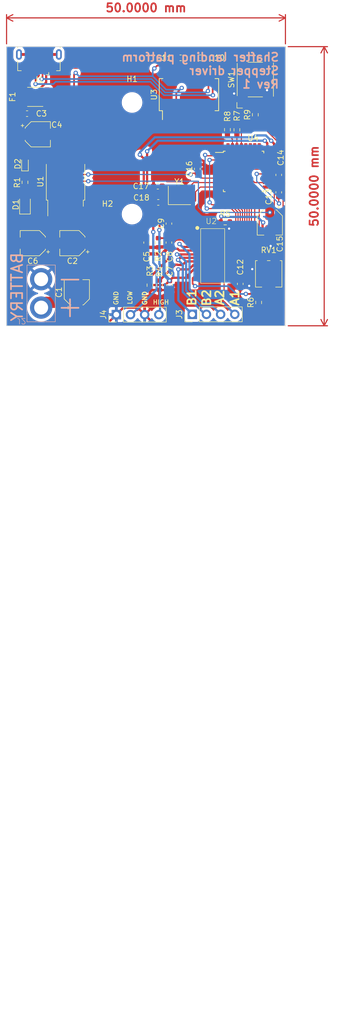
<source format=kicad_pcb>
(kicad_pcb (version 20221018) (generator pcbnew)
  (layers (0 "F.Cu" signal) (31 "B.Cu" signal) (34 "B.Paste" user) (35 "F.Paste" user) (36 "B.SilkS" user "B.Silkscreen") (37 "F.SilkS" user "F.Silkscreen") (38 "B.Mask" user) (39 "F.Mask" user) (44 "Edge.Cuts" user))
  (net 0 "")
  (net 1 "Net-(U3-3V3OUT)")
  (net 2 "Net-(U3-~{RESET})")
  (net 3 "Earth")
  (net 4 "+5V")
  (net 5 "Net-(U4-AREF)")
  (net 6 "Net-(U4-XTAL1{slash}PB6)")
  (net 7 "Net-(U4-XTAL2{slash}PB7)")
  (net 8 "Net-(U4-PD0)")
  (net 9 "Net-(U4-PD1)")
  (net 23 "RESET")
  (net 24 "+BATT")
  (net 25 "RX")
  (net 26 "TX")
  (net 30 "Low_Limit")
  (net 31 "D+")
  (net 32 "D-")
  (net 33 "High_Limit")
  (net 39 "Net-(D2-A)")
  (net 40 "Net-(D1-A)")
  (net 41 "B2")
  (net 42 "B1")
  (net 43 "A2")
  (net 44 "A1")
  (net 45 "Net-(U2-VCP)")
  (net 46 "Net-(U2-CP1)")
  (net 47 "Net-(U2-CP2)")
  (net 48 "+3.3V")
  (net 49 "Net-(J1-VBUS)")
  (net 50 "Net-(U2-ISENA)")
  (net 51 "Net-(U2-ISENB)")
  (net 52 "nHOME")
  (net 53 "nFAULT")
  (net 54 "Net-(U2-AVREF)")
  (net 55 "nRESET")
  (net 56 "nSLEEP")
  (net 57 "DECAY")
  (net 58 "DIR")
  (net 59 "nENBL")
  (net 60 "STEP")
  (net 62 "MODE0")
  (net 63 "MODE1")
  (net 64 "MODE2")
  (net 66 "unconnected-(J1-Shield-Pad6)")
  (footprint "Resistor_SMD:R_0603_1608Metric" (layer "F.Cu") (at 25.7125 42.725 -90)
    (fp_text reference "R3")
    (fp_text value "R")
  )
  (footprint "Package_SO:SSOP-28_5.3x10.2mm_P0.65mm" (layer "F.Cu") (at 32.7 8.6 90)
    (fp_text reference "U3")
    (fp_text value "FT232RL")
  )
  (footprint "Resistor_SMD:R_0603_1608Metric" (layer "F.Cu") (at 44.6 12.2 90)
    (fp_text reference "R9")
    (fp_text value "10k")
  )
  (footprint "Capacitor_SMD:C_0603_1608Metric" (layer "F.Cu") (at 27.2 27.9 180)
    (fp_text reference "C18")
    (fp_text value "22pF")
  )
  (footprint "Capacitor_SMD:C_0603_1608Metric" (layer "F.Cu") (at 41.9 42.496751 -90)
    (fp_text reference "C12")
    (fp_text value "470nF")
  )
  (footprint "Connector_PinHeader_2.54mm:PinHeader_1x04_P2.54mm_Vertical" (layer "F.Cu") (at 33.3 47.95 90)
    (fp_text reference "J3")
    (fp_text value "Conn_01x04")
  )
  (footprint "Resistor_SMD:R_0603_1608Metric" (layer "F.Cu") (at 3.3 24.3 -90)
    (fp_text reference "R1")
    (fp_text value "1k")
  )
  (footprint "Capacitor_SMD:C_0603_1608Metric" (layer "F.Cu") (at 34.2 21.9 90)
    (fp_text reference "C16")
    (fp_text value "1uF")
  )
  (footprint "Capacitor_SMD:C_0603_1608Metric" (layer "F.Cu") (at 48.8 26.1 90)
    (fp_text reference "C13")
    (fp_text value "100nF")
  )
  (footprint "Package_TO_SOT_SMD:TO-252-3_TabPin2" (layer "F.Cu") (at 10.575 24.185 90)
    (fp_text reference "U1")
    (fp_text value "LM1117DT-5.0")
  )
  (footprint "Resistor_SMD:R_0603_1608Metric" (layer "F.Cu") (at 27.4125 42.725 90)
    (fp_text reference "R4")
    (fp_text value "R")
  )
  (footprint "Capacitor_SMD:C_0603_1608Metric" (layer "F.Cu") (at 31.2 2)
    (fp_text reference "C11")
    (fp_text value "100nF")
  )
  (footprint "Capacitor_SMD:CP_Elec_4x4.5" (layer "F.Cu") (at 11.8 35.2 180)
    (fp_text reference "C2")
    (fp_text value "10uF")
  )
  (footprint "Resistor_SMD:R_0603_1608Metric" (layer "F.Cu") (at 39.2 31.4)
    (fp_text reference "R5")
    (fp_text value "10k")
  )
  (footprint "LED_SMD:LED_0805_2012Metric" (layer "F.Cu") (at 3.3 28.3 90)
    (fp_text reference "D1")
    (fp_text value "LED")
  )
  (footprint "Resistor_SMD:R_0603_1608Metric" (layer "F.Cu") (at 39.6 14.875 90)
    (fp_text reference "R8")
    (fp_text value "1k")
  )
  (footprint "Capacitor_SMD:C_0603_1608Metric" (layer "F.Cu") (at 34.7 2)
    (fp_text reference "C10")
    (fp_text value "100nF")
  )
  (footprint "Connector_PinHeader_2.54mm:PinHeader_1x04_P2.54mm_Vertical" (layer "F.Cu") (at 19.68 48 90)
    (fp_text reference "J4")
    (fp_text value "Conn_01x04")
  )
  (footprint "Capacitor_SMD:C_0603_1608Metric" (layer "F.Cu") (at 25.1125 35.1 90)
    (fp_text reference "C5")
    (fp_text value "100nF")
  )
  (footprint "Capacitor_SMD:C_0603_1608Metric" (layer "F.Cu") (at 29.1125 31.7 -90)
    (fp_text reference "C9")
    (fp_text value "10nF")
  )
  (footprint "Capacitor_SMD:CP_Elec_4x4.5" (layer "F.Cu") (at 5.6 15.7)
    (fp_text reference "C4")
    (fp_text value "4.7uF")
  )
  (footprint "Fuse:Fuse_1812_4532Metric" (layer "F.Cu") (at 5.1375 9)
    (fp_text reference "F1")
    (fp_text value "MF-MSMF050-2")
  )
  (footprint "Capacitor_SMD:C_0603_1608Metric" (layer "F.Cu") (at 29.2125 42.7 -90)
    (fp_text reference "C7")
    (fp_text value "100nF")
  )
  (footprint "Resistor_SMD:R_0603_1608Metric" (layer "F.Cu") (at 45.2 45.825 90)
    (fp_text reference "R6")
    (fp_text value "10k")
  )
  (footprint "Crystal:Crystal_SMD_3225-4Pin_3.2x2.5mm" (layer "F.Cu") (at 31 26.65)
    (fp_text reference "Y1")
    (fp_text value "16MHz")
  )
  (footprint "Button_Switch_SMD:SW_SPST_Omron_B3FS-100xP" (layer "F.Cu") (at 44.6 5.9 90)
    (fp_text reference "SW1")
    (fp_text value "SW_Push")
  )
  (footprint "MountingHole:MountingHole_3.2mm_M3" (layer "F.Cu") (at 22.5 10)
    (fp_text reference "H1")
    (fp_text value "MountingHole" hide)
  )
  (footprint "Capacitor_SMD:CP_Elec_4x4.5" (layer "F.Cu") (at 47.2 31.5 -90)
    (fp_text reference "C15")
    (fp_text value "4.7uF")
  )
  (footprint "MountingHole:MountingHole_3.2mm_M3" (layer "F.Cu") (at 22.5 30)
    (fp_text reference "H2")
    (fp_text value "MountingHole")
  )
  (footprint "Connector_USB:USB_Micro-B_GCT_USB3076-30-A" (layer "F.Cu") (at 5.8 2.6 180)
    (fp_text reference "J1")
    (fp_text value "USB_B_Micro")
  )
  (footprint "Capacitor_SMD:CP_Elec_4x4.5" (layer "F.Cu") (at 12.6 44 90)
    (fp_text reference "C1")
    (fp_text value "100uF")
  )
  (footprint "Package_QFP:TQFP-32_7x7mm_P0.8mm" (layer "F.Cu") (at 42.5 22.35)
    (fp_text reference "U4")
    (fp_text value "ATmega328P-A")
  )
  (footprint "Diode_SMD:D_SOD-523" (layer "F.Cu") (at 3.3 21 90)
    (fp_text reference "D2")
    (fp_text value "RB520SM")
  )
  (footprint "drv8825:DRV8825" (layer "F.Cu") (at 36.9 37.496751)
    (fp_text reference "U2")
    (fp_text value "DRV8825")
  )
  (footprint "Resistor_SMD:R_0603_1608Metric" (layer "F.Cu") (at 41.3 14.9 90)
    (fp_text reference "R7")
    (fp_text value "1k")
  )
  (footprint "Potentiometer_SMD:Potentiometer_Bourns_3314J_Vertical" (layer "F.Cu") (at 47 40.7)
    (fp_text reference "RV1")
    (fp_text value "10k")
  )
  (footprint "Capacitor_SMD:C_0603_1608Metric" (layer "F.Cu") (at 3.675 12)
    (fp_text reference "C3")
    (fp_text value "100nF")
  )
  (footprint "Capacitor_SMD:C_0603_1608Metric" (layer "F.Cu") (at 48.8 22.975 90)
    (fp_text reference "C14")
    (fp_text value "1uF")
  )
  (footprint "Capacitor_SMD:C_0603_1608Metric" (layer "F.Cu") (at 27.125 25 180)
    (fp_text reference "C17")
    (fp_text value "22pF")
  )
  (footprint "Resistor_SMD:R_0603_1608Metric" (layer "F.Cu") (at 27.2125 35.125 -90)
    (fp_text reference "R2")
    (fp_text value "1M")
  )
  (footprint "Capacitor_SMD:CP_Elec_4x4.5" (layer "F.Cu") (at 4.7 35.2 180)
    (fp_text reference "C6")
    (fp_text value "10uF")
  )
  (footprint "Capacitor_SMD:C_0603_1608Metric" (layer "F.Cu") (at 29.1125 35.1 -90)
    (fp_text reference "C8")
    (fp_text value "100nF")
  )
  (footprint "Battery_holes:Battery holes" (layer "B.Cu") (at 6.2 44.2)
    (fp_text reference "J2")
    (fp_text value "Conn_01x02")
  )
  (gr_rect (start 0 0) (end 50 50) (stroke (width 0.1)) (fill none) (layer "Edge.Cuts"))
  (gr_text "Shafter landing platform\nStepper driver\nRev 1" (at 49 7.6) (layer "B.SilkS") (effects (font (size 1.5 1.5) (thickness 0.3) bold) (justify left bottom mirror)))
  (gr_text "GND" (at 25.25 46.4 90) (layer "F.SilkS") (effects (font (size 0.8 0.8) (thickness 0.2) bold) (justify left bottom)))
  (gr_text "A1" (at 41.8 46.55 90) (layer "F.SilkS") (effects (font (size 1.5 1.5) (thickness 0.3) bold) (justify left bottom)))
  (gr_text "LOW" (at 22.6 46.25 90) (layer "F.SilkS") (effects (font (size 0.8 0.8) (thickness 0.15) bold) (justify left bottom)))
  (gr_text "B2" (at 36.75 46.65 90) (layer "F.SilkS") (effects (font (size 1.5 1.5) (thickness 0.3) bold) (justify left bottom)))
  (gr_text "GND" (at 20.1 46.35 90) (layer "F.SilkS") (effects (font (size 0.8 0.8) (thickness 0.15) bold) (justify left bottom)))
  (gr_text "B1" (at 34.1 46.6 90) (layer "F.SilkS") (effects (font (size 1.5 1.5) (thickness 0.3) bold) (justify left bottom)))
  (gr_text "HIGH" (at 26.15 46.25) (layer "F.SilkS") (effects (font (size 0.8 0.8) (thickness 0.15) bold) (justify left bottom)))
  (gr_text "A2" (at 39.1 46.5 90) (layer "F.SilkS") (effects (font (size 1.5 1.5) (thickness 0.3) bold) (justify left bottom)))
  (dimension (type aligned) (layer "F.Cu") (pts (xy 50 0) (xy 50 50)) (height -6.95) (gr_text "50,0000 mm" (at 55.15 25 90) (layer "F.Cu") (effects (font (size 1.5 1.5) (thickness 0.3)))) (format (prefix "") (suffix "") (units 3) (units_format 1) (precision 4)) (style (thickness 0.2) (arrow_length 1.27) (text_position_mode 0) (extension_height 0.58642) (extension_offset 0.5) keep_text_aligned))
  (dimension (type aligned) (layer "F.Cu") (pts (xy 50 0) (xy 0 0)) (height 5.149999) (gr_text "50,0000 mm" (at 25 -6.949999) (layer "F.Cu") (effects (font (size 1.5 1.5) (thickness 0.3)))) (format (prefix "") (suffix "") (units 3) (units_format 1) (precision 4)) (style (thickness 0.2) (arrow_length 1.27) (text_position_mode 0) (extension_height 0.58642) (extension_offset 0.5) keep_text_aligned))
  (segment (start 35.625 2.175) (end 35.625 5) (width 0.3) (layer "F.Cu") (net 1))
  (segment (start 32.6 2) (end 34.325 3.725) (width 0.3) (layer "F.Cu") (net 2))
  (segment (start 31.975 2) (end 32.6 2) (width 0.3) (layer "F.Cu") (net 2))
  (segment (start 34.325 3.725) (end 34.325 5) (width 0.3) (layer "F.Cu") (net 2))
  (segment (start 48.8 25.325) (end 49.575 26.1) (width 0.2) (layer "F.Cu") (net 3))
  (segment (start 37 22.5) (end 37.25 22.75) (width 0.2) (layer "F.Cu") (net 3))
  (segment (start 43.523528 49.65) (end 49.25 43.923528) (width 0.4) (layer "F.Cu") (net 3))
  (segment (start 49.575 30.925) (end 47.2 33.3) (width 0.2) (layer "F.Cu") (net 3))
  (segment (start 34.253249 43.696751) (end 29.434251 43.696751) (width 0.4) (layer "F.Cu") (net 3))
  (segment (start 48.8 22.2) (end 49.55 21.45) (width 0.2) (layer "F.Cu") (net 3))
  (segment (start 34.925 6.225) (end 34.975 6.175) (width 0.3) (layer "F.Cu") (net 3))
  (segment (start 27.25 29.1) (end 26.425 28.275) (width 0.4) (layer "F.Cu") (net 3))
  (segment (start 3.05 48) (end 4.55 49.5) (width 0.4) (layer "F.Cu") (net 3))
  (segment (start 32 27.5) (end 30.3 25.8) (width 0.2) (layer "F.Cu") (net 3))
  (segment (start 32.375 8.1) (end 33.025 7.45) (width 0.3) (layer "F.Cu") (net 3))
  (segment (start 34.975 6.175) (end 34.975 5) (width 0.3) (layer "F.Cu") (net 3))
  (segment (start 3.05 44.81) (end 3.05 48) (width 0.4) (layer "F.Cu") (net 3))
  (segment (start 33.675 30.325) (end 32.45 29.1) (width 0.4) (layer "F.Cu") (net 3))
  (segment (start 34.975 5) (end 34.975 7.886161) (width 0.3) (layer "F.Cu") (net 3))
  (segment (start 33.025 6.175) (end 33.075 6.225) (width 0.3) (layer "F.Cu") (net 3))
  (segment (start 30.3 25.8) (end 29.9 25.8) (width 0.2) (layer "F.Cu") (net 3))
  (segment (start 38.25 21.15) (end 37.25 21.15) (width 0.2) (layer "F.Cu") (net 3))
  (segment (start 4.5 4.55) (end 3.45 5.6) (width 0.3) (layer "F.Cu") (net 3))
  (segment (start 30.475 6.225) (end 32.975 6.225) (width 0.3) (layer "F.Cu") (net 3))
  (segment (start 3.45 5.6) (end 2.1 5.6) (width 0.3) (layer "F.Cu") (net 3))
  (segment (start 32.1 27.5) (end 32 27.5) (width 0.2) (layer "F.Cu") (net 3))
  (segment (start 4.55 49.5) (end 18.18 49.5) (width 0.4) (layer "F.Cu") (net 3))
  (segment (start 37.25 22.75) (end 38.25 22.75) (width 0.2) (layer "F.Cu") (net 3))
  (segment (start 49.25 37.35) (end 47.6 35.7) (width 0.4) (layer "F.Cu") (net 3))
  (segment (start 36.125 30.325) (end 33.675 30.325) (width 0.4) (layer "F.Cu") (net 3))
  (segment (start 47.35 35.7) (end 47.35 33.45) (width 0.4) (layer "F.Cu") (net 3))
  (segment (start 32.375 12.2) (end 32.375 8.1) (width 0.3) (layer "F.Cu") (net 3))
  (segment (start 30.425 6.175) (end 30.475 6.225) (width 0.3) (layer "F.Cu") (net 3))
  (segment (start 49.575 26.1) (end 49.575 30.925) (width 0.2) (layer "F.Cu") (net 3))
  (segment (start 43.5 42.85) (end 42.321751 42.85) (width 0.2) (layer "F.Cu") (net 3))
  (segment (start 11.7 3.75) (end 11.15 4.3) (width 0.4) (layer "F.Cu") (net 3))
  (segment (start 29.775 6.25) (end 29.75 6.275) (width 0.4) (layer "F.Cu") (net 3))
  (segment (start 49.55 21.45) (end 49.55 11.95) (width 0.2) (layer "F.Cu") (net 3))
  (segment (start 11.15 4.3) (end 11.15 11.95) (width 0.4) (layer "F.Cu") (net 3))
  (segment (start 29.75 6.275) (end 16.375 6.275) (width 0.4) (layer "F.Cu") (net 3))
  (segment (start 36.538839 9.45) (end 39.75 9.45) (width 0.3) (layer "F.Cu") (net 3))
  (segment (start 49.55 11.95) (end 47.5 9.9) (width 0.2) (layer "F.Cu") (net 3))
  (segment (start 16.375 6.275) (end 13.85 3.75) (width 0.4) (layer "F.Cu") (net 3))
  (segment (start 42.321751 42.85) (end 41.9 43.271751) (width 0.2) (layer "F.Cu") (net 3))
  (segment (start 39.8 32.7) (end 39.9 32.6) (width 0.4) (layer "F.Cu") (net 3))
  (segment (start 49.575 24.55) (end 49.575 22.975) (width 0.2) (layer "F.Cu") (net 3))
  (segment (start 2.1 5.6) (end 1.5 6.2) (width 0.3) (layer "F.Cu") (net 3))
  (segment (start 34.975 7.886161) (end 36.538839 9.45) (width 0.3) (layer "F.Cu") (net 3))
  (segment (start 34.975 3.05) (end 33.925 2) (width 0.3) (layer "F.Cu") (net 3))
  (segment (start 37.25 21.15) (end 37 21.4) (width 0.2) (layer "F.Cu") (net 3))
  (segment (start 29.434251 43.696751) (end 29.2125 43.475) (width 0.4) (layer "F.Cu") (net 3))
  (segment (start 11.15 11.95) (end 7.4 15.7) (width 0.4) (layer "F.Cu") (net 3))
  (segment (start 29.775 5) (end 29.775 6.25) (width 0.4) (layer "F.Cu") (net 3))
  (segment (start 20.93 46.75) (end 23.51 46.75) (width 0.4) (layer "F.Cu") (net 3))
  (segment (start 45.85 38.7) (end 45.2 38.7) (width 0.2) (layer "F.Cu") (net 3))
  (segment (start 48.8 22.2) (end 48.85 22.15) (width 0.2) (layer "F.Cu") (net 3))
  (segment (start 47.6 35.7) (end 47.35 35.7) (width 0.4) (layer "F.Cu") (net 3))
  (segment (start 24.76 48) (end 25.7125 47.0475) (width 0.4) (layer "F.Cu") (net 3))
  (segment (start 48.85 22.15) (end 48.85 3.9) (width 0.2) (layer "F.Cu") (net 3))
  (segment (start 39.8 33.271751) (end 38.371751 33.271751) (width 0.4) (layer "F.Cu") (net 3))
  (segment (start 26.41 49.65) (end 43.523528 49.65) (width 0.4) (layer "F.Cu") (net 3))
  (segment (start 46.7 9.75) (end 46.85 9.9) (width 0.3) (layer "F.Cu") (net 3))
  (segment (start 24.76 48) (end 26.41 49.65) (width 0.4) (layer "F.Cu") (net 3))
  (segment (start 13.85 3.75) (end 11.7 3.75) (width 0.4) (layer "F.Cu") (net 3))
  (segment (start 36.55 31.45) (end 36.55 30.75) (width 0.4) (layer "F.Cu") (net 3))
  (segment (start 47.35 33.45) (end 47.2 33.3) (width 0.4) (layer "F.Cu") (net 3))
  (segment (start 34.6 42.121751) (end 34.6 43.35) (width 0.4) (layer "F.Cu") (net 3))
  (segment (start 34.6 43.35) (end 34.253249 43.696751) (width 0.4) (layer "F.Cu") (net 3))
  (segment (start 4.5 4.05) (end 4.5 4.55) (width 0.3) (layer "F.Cu") (net 3))
  (segment (start 45.2 38.7) (end 44.05 39.85) (width 0.2) (layer "F.Cu") (net 3))
  (segment (start 33.075 6.225) (end 34.925 6.225) (width 0.3) (layer "F.Cu") (net 3))
  (segment (start 38.371751 33.271751) (end 36.55 31.45) (width 0.4) (layer "F.Cu") (net 3))
  (segment (start 29.9 25.8) (end 28.525 25.8) (width 0.2) (layer "F.Cu") (net 3))
  (segment (start 48.85 3.9) (end 46.85 1.9) (width 0.2) (layer "F.Cu") (net 3))
  (segment (start 26.425 28.275) (end 26.425 27.9) (width 0.4) (layer "F.Cu") (net 3))
  (segment (start 47.5 9.9) (end 46.85 9.9) (width 0.2) (layer "F.Cu") (net 3))
  (segment (start 18.18 49.5) (end 20.93 46.75) (width 0.4) (layer "F.Cu") (net 3))
  (segment (start 34.975 5) (end 34.975 3.05) (width 0.3) (layer "F.Cu") (net 3))
  (segment (start 39.125 21.15) (end 38.25 21.15) (width 0.2) (layer "F.Cu") (net 3))
  (segment (start 1.5 27.4375) (end 3.3 29.2375) (width 0.3) (layer "F.Cu") (net 3))
  (segment (start 39.75 9.45) (end 40.8 8.4) (width 0.3) (layer "F.Cu") (net 3))
  (segment (start 49.25 43.923528) (end 49.25 37.35) (width 0.4) (layer "F.Cu") (net 3))
  (segment (start 46.75 21.95) (end 39.925 21.95) (width 0.2) (layer "F.Cu") (net 3))
  (segment (start 28.525 25.8) (end 26.425 27.9) (width 0.2) (layer "F.Cu") (net 3))
  (segment (start 25.7125 47.0475) (end 25.7125 43.55) (width 0.4) (layer "F.Cu") (net 3))
  (segment (start 48.8 25.325) (end 49.575 24.55) (width 0.2) (layer "F.Cu") (net 3))
  (segment (start 46.7 7.8) (end 46.7 9.75) (width 0.3) (layer "F.Cu") (net 3))
  (segment (start 33.025 5) (end 33.025 6.175) (width 0.3) (layer "F.Cu") (net 3))
  (segment (start 36.55 30.75) (end 36.125 30.325) (width 0.4) (layer "F.Cu") (net 3))
  (segment (start 32.975 6.225) (end 33.025 6.175) (width 0.3) (layer "F.Cu") (net 3))
  (segment (start 1.5 6.2) (end 1.5 27.4375) (width 0.3) (layer "F.Cu") (net 3))
  (segment (start 37 21.4) (end 37 22.5) (width 0.2) (layer "F.Cu") (net 3))
  (segment (start 34.2 41.721751) (end 34.6 42.121751) (width 0.4) (layer "F.Cu") (net 3))
  (segment (start 39.925 21.95) (end 39.125 21.15) (width 0.2) (layer "F.Cu") (net 3))
  (segment (start 49.575 22.975) (end 48.8 22.2) (width 0.2) (layer "F.Cu") (net 3))
  (segment (start 30.425 5) (end 30.425 6.175) (width 0.3) (layer "F.Cu") (net 3))
  (segment (start 23.51 46.75) (end 24.76 48) (width 0.4) (layer "F.Cu") (net 3))
  (segment (start 39.8 33.271751) (end 39.8 32.7) (width 0.4) (layer "F.Cu") (net 3))
  (segment (start 33.025 7.45) (end 33.025 5) (width 0.3) (layer "F.Cu") (net 3))
  (segment (start 32.45 29.1) (end 27.25 29.1) (width 0.4) (layer "F.Cu") (net 3))
  (segment (start 6.2 41.66) (end 3.05 44.81) (width 0.4) (layer "F.Cu") (net 3))
  (via (at 44.05 39.85) (size 0.8) (drill 0.4) (layers "F.Cu" "B.Cu") (net 3))
  (via (at 40.8 8.4) (size 0.8) (drill 0.4) (layers "F.Cu" "B.Cu") (net 3))
  (via (at 46.7 7.8) (size 0.8) (drill 0.4) (layers "F.Cu" "B.Cu") (net 3))
  (via (at 39.9 32.6) (size 0.8) (drill 0.4) (layers "F.Cu" "B.Cu") (net 3))
  (via (at 47.35 35.7) (size 0.8) (drill 0.4) (layers "F.Cu" "B.Cu") (net 3))
  (via (at 43.5 42.85) (size 0.8) (drill 0.4) (layers "F.Cu" "B.Cu") (net 3))
  (segment (start 44.25 32.6) (end 47.35 35.7) (width 0.4) (layer "B.Cu") (net 3))
  (segment (start 43.5 40.4) (end 43.5 42.85) (width 0.2) (layer "B.Cu") (net 3))
  (segment (start 46.1 8.4) (end 46.7 7.8) (width 0.3) (layer "B.Cu") (net 3))
  (segment (start 44.05 39.85) (end 43.5 40.4) (width 0.2) (layer "B.Cu") (net 3))
  (segment (start 39.9 32.6) (end 44.25 32.6) (width 0.4) (layer "B.Cu") (net 3))
  (segment (start 40.8 8.4) (end 46.1 8.4) (width 0.3) (layer "B.Cu") (net 3))
  (segment (start 30.507538 0.7) (end 29 2.207538) (width 0.2) (layer "F.Cu") (net 4))
  (segment (start 33.675 3.825) (end 33.675 5) (width 0.3) (layer "F.Cu") (net 4))
  (segment (start 26.5 3.9) (end 27 3.4) (width 0.3) (layer "F.Cu") (net 4))
  (segment (start 8.6 21.7) (end 3.3 21.7) (width 1) (layer "F.Cu") (net 4))
  (segment (start 27 3.4) (end 29 3.4) (width 0.3) (layer "F.Cu") (net 4))
  (segment (start 46.75 24.35) (end 44.5 24.35) (width 0.2) (layer "F.Cu") (net 4))
  (segment (start 29 2.207538) (end 29 3.4) (width 0.2) (layer "F.Cu") (net 4))
  (segment (start 10.575 29.225) (end 10.575 26.125) (width 1) (layer "F.Cu") (net 4))
  (segment (start 48.025 20.875) (end 48.025 24.075) (width 0.2) (layer "F.Cu") (net 4))
  (segment (start 45.375 2.375) (end 43.7 0.7) (width 0.2) (layer "F.Cu") (net 4))
  (segment (start 9.05 21.25) (end 8.6 21.7) (width 1) (layer "F.Cu") (net 4))
  (segment (start 39.25 23.55) (end 39.35 23.45) (width 0.2) (layer "F.Cu") (net 4))
  (segment (start 10.575 31.125) (end 6.5 35.2) (width 1) (layer "F.Cu") (net 4))
  (segment (start 47.75 24.35) (end 48 24.6) (width 0.2) (layer "F.Cu") (net 4))
  (segment (start 43.7 23.55) (end 38.25 23.55) (width 0.2) (layer "F.Cu") (net 4))
  (segment (start 13.8 22.9) (end 12.1 24.6) (width 0.2) (layer "F.Cu") (net 4))
  (segment (start 48.8 23.75) (end 48.2 24.35) (width 0.2) (layer "F.Cu") (net 4))
  (segment (start 14.65 22.9) (end 13.8 22.9) (width 0.2) (layer "F.Cu") (net 4))
  (segment (start 48 24.6) (end 48 28.9) (width 0.2) (layer "F.Cu") (net 4))
  (segment (start 33.225 22.675) (end 33 22.9) (width 0.2) (layer "F.Cu") (net 4))
  (segment (start 44.6 13.025) (end 48.45 16.875) (width 0.2) (layer "F.Cu") (net 4))
  (segment (start 39.25 21.95) (end 38.25 21.95) (width 0.2) (layer "F.Cu") (net 4))
  (segment (start 11.75 24.1) (end 10.575 22.925) (width 0.2) (layer "F.Cu") (net 4))
  (segment (start 48.45 20.45) (end 48.025 20.875) (width 0.2) (layer "F.Cu") (net 4))
  (segment (start 39.35 23.45) (end 39.35 22.05) (width 0.2) (layer "F.Cu") (net 4))
  (segment (start 44.5 24.35) (end 43.7 23.55) (width 0.2) (layer "F.Cu") (net 4))
  (segment (start 38.25 23.55) (end 39.25 23.55) (width 0.2) (layer "F.Cu") (net 4))
  (segment (start 12.1 21.25) (end 12.1 5) (width 0.3) (layer "F.Cu") (net 4))
  (segment (start 12.1 5) (end 12.4 4.7) (width 0.3) (layer "F.Cu") (net 4))
  (segment (start 48 28.9) (end 47.2 29.7) (width 0.2) (layer "F.Cu") (net 4))
  (segment (start 35.075 23.55) (end 34.2 22.675) (width 0.2) (layer "F.Cu") (net 4))
  (segment (start 3.3 21.7) (end 3.3 23.475) (width 1) (layer "F.Cu") (net 4))
  (segment (start 10.575 29.225) (end 10.575 31.125) (width 1) (layer "F.Cu") (net 4))
  (segment (start 45.375 12.25) (end 45.375 2.375) (width 0.2) (layer "F.Cu") (net 4))
  (segment (start 10.575 26.125) (end 12.1 24.6) (width 1) (layer "F.Cu") (net 4))
  (segment (start 31.4 7.4) (end 30.425 8.375) (width 0.3) (layer "F.Cu") (net 4))
  (segment (start 38.25 23.55) (end 35.075 23.55) (width 0.2) (layer "F.Cu") (net 4))
  (segment (start 44.6 13.025) (end 45.375 12.25) (width 0.2) (layer "F.Cu") (net 4))
  (segment (start 47.75 24.35) (end 46.75 24.35) (width 0.2) (layer "F.Cu") (net 4))
  (segment (start 29 3.4) (end 33.25 3.4) (width 0.3) (layer "F.Cu") (net 4))
  (segment (start 43.7 0.7) (end 30.507538 0.7) (width 0.2) (layer "F.Cu") (net 4))
  (segment (start 48.025 24.075) (end 47.75 24.35) (width 0.2) (layer "F.Cu") (net 4))
  (segment (start 33.25 3.4) (end 33.675 3.825) (width 0.3) (layer "F.Cu") (net 4))
  (segment (start 48.2 24.35) (end 46.75 24.35) (width 0.2) (layer "F.Cu") (net 4))
  (segment (start 30.425 8.375) (end 30.425 12.2) (width 0.3) (layer "F.Cu") (net 4))
  (segment (start 14.65 24.1) (end 11.75 24.1) (width 0.2) (layer "F.Cu") (net 4))
  (segment (start 34.2 22.675) (end 33.225 22.675) (width 0.2) (layer "F.Cu") (net 4))
  (segment (start 48.45 16.875) (end 48.45 20.45) (width 0.2) (layer "F.Cu") (net 4))
  (segment (start 39.35 22.05) (end 39.25 21.95) (width 0.2) (layer "F.Cu") (net 4))
  (via (at 14.65 24.1) (size 0.8) (drill 0.4) (layers "F.Cu" "B.Cu") (net 4))
  (via (at 14.65 22.9) (size 0.8) (drill 0.4) (layers "F.Cu" "B.Cu") (net 4))
  (via (at 33 22.9) (size 0.8) (drill 0.4) (layers "F.Cu" "B.Cu") (net 4))
  (via (at 47.2 29.7) (size 0.8) (drill 0.4) (layers "F.Cu" "B.Cu") (net 4))
  (via (at 26.5 3.9) (size 0.8) (drill 0.4) (layers "F.Cu" "B.Cu") (net 4))
  (via (at 12.4 4.7) (size 0.8) (drill 0.4) (layers "F.Cu" "B.Cu") (net 4))
  (via (at 31.4 7.4) (size 0.8) (drill 0.4) (layers "F.Cu" "B.Cu") (net 4))
  (segment (start 28.607106 7.7) (end 30.6 7.7) (width 0.3) (layer "B.Cu") (net 4))
  (segment (start 30.6 7.7) (end 31.1 7.7) (width 0.3) (layer "B.Cu") (net 4))
  (segment (start 14.65 24.1) (end 34.4 24.1) (width 0.2) (layer "B.Cu") (net 4))
  (segment (start 14.65 22.9) (end 33 22.9) (width 0.2) (layer "B.Cu") (net 4))
  (segment (start 15.1 5.3) (end 25.2 5.3) (width 0.3) (layer "B.Cu") (net 4))
  (segment (start 34.4 28.8) (end 35.3 29.7) (width 0.2) (layer "B.Cu") (net 4))
  (segment (start 27.753553 6.846447) (end 28.607106 7.7) (width 0.3) (layer "B.Cu") (net 4))
  (segment (start 25.2 5.3) (end 26.1 5.3) (width 0.3) (layer "B.Cu") (net 4))
  (segment (start 31.1 7.7) (end 31.4 7.4) (width 0.3) (layer "B.Cu") (net 4))
  (segment (start 26.207106 4.192894) (end 26.5 3.9) (width 0.3) (layer "B.Cu") (net 4))
  (segment (start 26.207106 5.3) (end 26.207106 4.192894) (width 0.3) (layer "B.Cu") (net 4))
  (segment (start 35.3 29.7) (end 47.2 29.7) (width 0.2) (layer "B.Cu") (net 4))
  (segment (start 34.4 24.1) (end 34.4 28.8) (width 0.2) (layer "B.Cu") (net 4))
  (segment (start 26.1 5.3) (end 26.207106 5.3) (width 0.3) (layer "B.Cu") (net 4))
  (segment (start 26.207106 5.3) (end 27.753553 6.846447) (width 0.3) (layer "B.Cu") (net 4))
  (segment (start 13 5.3) (end 15.1 5.3) (width 0.3) (layer "B.Cu") (net 4))
  (segment (start 12.4 4.7) (end 13 5.3) (width 0.3) (layer "B.Cu") (net 4))
  (segment (start 46.7 22.8) (end 46.75 22.75) (width 0.2) (layer "F.Cu") (net 5))
  (segment (start 48.8 28.05) (end 48.85 28.1) (width 0.2) (layer "F.Cu") (net 5))
  (segment (start 44.85 22.8) (end 46.7 22.8) (width 0.2) (layer "F.Cu") (net 5))
  (segment (start 48.8 26.875) (end 48.8 28.05) (width 0.2) (layer "F.Cu") (net 5))
  (via (at 44.85 22.8) (size 0.8) (drill 0.4) (layers "F.Cu" "B.Cu") (net 5))
  (via (at 48.85 28.1) (size 0.8) (drill 0.4) (layers "F.Cu" "B.Cu") (net 5))
  (segment (start 44.85 24.1) (end 44.85 22.8) (width 0.2) (layer "B.Cu") (net 5))
  (segment (start 48.85 28.1) (end 44.85 24.1) (width 0.2) (layer "B.Cu") (net 5))
  (segment (start 31.2 24.9) (end 28 24.9) (width 0.2) (layer "F.Cu") (net 6))
  (segment (start 31.2 24.9) (end 32.1 25.8) (width 0.2) (layer "F.Cu") (net 6))
  (segment (start 32.1 25.8) (end 33.55 24.35) (width 0.2) (layer "F.Cu") (net 6))
  (segment (start 28 24.9) (end 27.9 25) (width 0.2) (layer "F.Cu") (net 6))
  (segment (start 33.55 24.35) (end 38.25 24.35) (width 0.2) (layer "F.Cu") (net 6))
  (segment (start 32.9 28.6) (end 31 28.6) (width 0.2) (layer "F.Cu") (net 7))
  (segment (start 38.25 25.15) (end 34.75 25.15) (width 0.2) (layer "F.Cu") (net 7))
  (segment (start 33.9 27.6) (end 32.9 28.6) (width 0.2) (layer "F.Cu") (net 7))
  (segment (start 29.5 27.9) (end 29.9 27.5) (width 0.25) (layer "F.Cu") (net 7))
  (segment (start 27.975 27.9) (end 29.5 27.9) (width 0.25) (layer "F.Cu") (net 7))
  (segment (start 31 28.6) (end 29.9 27.5) (width 0.2) (layer "F.Cu") (net 7))
  (segment (start 34.75 25.15) (end 33.9 26) (width 0.2) (layer "F.Cu") (net 7))
  (segment (start 33.9 26) (end 33.9 27.6) (width 0.2) (layer "F.Cu") (net 7))
  (segment (start 41.3 18.1) (end 41.3 15.725) (width 0.2) (layer "F.Cu") (net 8))
  (segment (start 40.5 16.6) (end 39.6 15.7) (width 0.2) (layer "F.Cu") (net 9))
  (segment (start 40.5 18.1) (end 40.5 16.6) (width 0.2) (layer "F.Cu") (net 9))
  (segment (start 42.35 9.9) (end 43.125 9.9) (width 0.2) (layer "F.Cu") (net 23))
  (segment (start 44.6 11.375) (end 42.1 13.875) (width 0.2) (layer "F.Cu") (net 23))
  (segment (start 31.2 1.225) (end 30.425 2) (width 0.2) (layer "F.Cu") (net 23))
  (segment (start 42.1 13.875) (end 42.1 18.1) (width 0.2) (layer "F.Cu") (net 23))
  (segment (start 43.125 9.9) (end 44.6 11.375) (width 0.2) (layer "F.Cu") (net 23))
  (segment (start 42.35 1.9) (end 41.675 1.225) (width 0.2) (layer "F.Cu") (net 23))
  (segment (start 41.675 1.225) (end 31.2 1.225) (width 0.2) (layer "F.Cu") (net 23))
  (segment (start 42.35 1.9) (end 42.35 9.9) (width 0.2) (layer "F.Cu") (net 23))
  (segment (start 34.2 35.221751) (end 32.171751 35.221751) (width 0.4) (layer "F.Cu") (net 24))
  (segment (start 13.6 35.2) (end 15.4 37) (width 2) (layer "F.Cu") (net 24))
  (segment (start 32.55 40.9) (end 32.55 41.4) (width 0.4) (layer "F.Cu") (net 24))
  (segment (start 32.171751 35.221751) (end 31.5 34.55) (width 0.4) (layer "F.Cu") (net 24))
  (segment (start 32.55 41.4) (end 29.7375 41.4) (width 0.4) (layer "F.Cu") (net 24))
  (segment (start 7.14 45.8) (end 6.2 46.74) (width 2) (layer "F.Cu") (net 24))
  (segment (start 13.925305 44.525305) (end 12.65061 45.8) (width 2) (layer "F.Cu") (net 24))
  (segment (start 15.525 37.125) (end 15.4 37) (width 0.6) (layer "F.Cu") (net 24))
  (segment (start 12.855 34.455) (end 13.6 35.2) (width 2) (layer "F.Cu") (net 24))
  (segment (start 27.2875 35.875) (end 27.2125 35.95) (width 0.6) (layer "F.Cu") (net 24))
  (segment (start 31.5 34.55) (end 30.4375 34.55) (width 0.4) (layer "F.Cu") (net 24))
  (segment (start 30.4375 34.55) (end 29.1125 35.875) (width 0.4) (layer "F.Cu") (net 24))
  (segment (start 29.1125 35.875) (end 27.2875 35.875) (width 0.6) (layer "F.Cu") (net 24))
  (segment (start 12.65061 45.8) (end 12.6 45.8) (width 2) (layer "F.Cu") (net 24))
  (segment (start 15.75061 42.7) (end 15.4 43.05061) (width 0.4) (layer "F.Cu") (net 24))
  (segment (start 25.1875 35.95) (end 25.1125 35.875) (width 0.6) (layer "F.Cu") (net 24))
  (segment (start 12.6 45.8) (end 7.14 45.8) (width 2) (layer "F.Cu") (net 24))
  (segment (start 28.4375 42.7) (end 15.75061 42.7) (width 0.4) (layer "F.Cu") (net 24))
  (segment (start 28.2125 37.125) (end 15.525 37.125) (width 0.6) (layer "F.Cu") (net 24))
  (segment (start 28.2125 36.775) (end 29.1125 35.875) (width 0.6) (layer "F.Cu") (net 24))
  (segment (start 25.1125 35.875) (end 14.275 35.875) (width 0.6) (layer "F.Cu") (net 24))
  (segment (start 15.4 37) (end 15.4 43.05061) (width 2) (layer "F.Cu") (net 24))
  (segment (start 15.778859 42.671751) (end 13.925305 44.525305) (width 0.4) (layer "F.Cu") (net 24))
  (segment (start 28.2125 37.125) (end 28.2125 36.775) (width 0.6) (layer "F.Cu") (net 24))
  (segment (start 33.678249 39.771751) (end 32.55 40.9) (width 0.4) (layer "F.Cu") (net 24))
  (segment (start 34.2 39.771751) (end 33.678249 39.771751) (width 0.4) (layer "F.Cu") (net 24))
  (segment (start 27.2125 35.95) (end 25.1875 35.95) (width 0.6) (layer "F.Cu") (net 24))
  (segment (start 14.275 35.875) (end 13.6 35.2) (width 0.6) (layer "F.Cu") (net 24))
  (segment (start 29.7375 41.4) (end 29.2125 41.925) (width 0.4) (layer "F.Cu") (net 24))
  (segment (start 15.4 43.05061) (end 13.925305 44.525305) (width 2) (layer "F.Cu") (net 24))
  (segment (start 12.855 29.225) (end 12.855 34.455) (width 2) (layer "F.Cu") (net 24))
  (segment (start 29.2125 41.925) (end 28.4375 42.7) (width 0.4) (layer "F.Cu") (net 24))
  (via (at 28.2125 37.125) (size 0.8) (drill 0.4) (layers "F.Cu" "B.Cu") (net 24))
  (via (at 29.2125 41.925) (size 0.8) (drill 0.4) (layers "F.Cu" "B.Cu") (net 24))
  (segment (start 29.2125 41.825) (end 28.2125 40.825) (width 0.6) (layer "B.Cu") (net 24))
  (segment (start 28.2125 40.825) (end 28.2125 37.125) (width 0.6) (layer "B.Cu") (net 24))
  (segment (start 40.757107 14.075) (end 40.082107 14.75) (width 0.2) (layer "F.Cu") (net 25))
  (segment (start 40.082107 14.75) (end 29.95 14.75) (width 0.2) (layer "F.Cu") (net 25))
  (segment (start 28.475 13.275) (end 28.475 12.2) (width 0.2) (layer "F.Cu") (net 25))
  (segment (start 41.3 14.075) (end 40.757107 14.075) (width 0.2) (layer "F.Cu") (net 25))
  (segment (start 29.95 14.75) (end 28.475 13.275) (width 0.2) (layer "F.Cu") (net 25))
  (segment (start 39.6 14.05) (end 31.85 14.05) (width 0.2) (layer "F.Cu") (net 26))
  (segment (start 31.075 13.275) (end 31.075 12.2) (width 0.2) (layer "F.Cu") (net 26))
  (segment (start 31.85 14.05) (end 31.075 13.275) (width 0.2) (layer "F.Cu") (net 26))
  (segment (start 26.3 33.2) (end 26.3 30.307411) (width 0.4) (layer "F.Cu") (net 30))
  (segment (start 47.442878 16.857122) (end 47.95 17.364244) (width 0.4) (layer "F.Cu") (net 30))
  (segment (start 47.95 17.364244) (end 47.95 20.225) (width 0.4) (layer "F.Cu") (net 30))
  (segment (start 24.6 20.05) (end 23.9 19.35) (width 0.4) (layer "F.Cu") (net 30))
  (segment (start 47.95 20.225) (end 47.825 20.35) (width 0.4) (layer "F.Cu") (net 30))
  (segment (start 24.6 28.607411) (end 24.6 20.05) (width 0.4) (layer "F.Cu") (net 30))
  (segment (start 26.3 30.307411) (end 24.6 28.607411) (width 0.4) (layer "F.Cu") (net 30))
  (segment (start 47.825 20.35) (end 46.75 20.35) (width 0.4) (layer "F.Cu") (net 30))
  (via (at 26.3 33.2) (size 0.8) (drill 0.4) (layers "F.Cu" "B.Cu") (net 30))
  (via (at 23.9 19.35) (size 0.8) (drill 0.4) (layers "F.Cu" "B.Cu") (net 30))
  (via (at 47.442878 16.857122) (size 0.8) (drill 0.4) (layers "F.Cu" "B.Cu") (net 30))
  (segment (start 26.9 39.298528) (end 26.9 43.52) (width 0.4) (layer "B.Cu") (net 30))
  (segment (start 26.3 38.698528) (end 26.9 39.298528) (width 0.4) (layer "B.Cu") (net 30))
  (segment (start 26.9 43.52) (end 22.42 48) (width 0.4) (layer "B.Cu") (net 30))
  (segment (start 26.3 33.2) (end 26.3 38.698528) (width 0.4) (layer "B.Cu") (net 30))
  (segment (start 22.42 48) (end 22.22 48) (width 0.4) (layer "B.Cu") (net 30))
  (segment (start 46.485756 15.9) (end 47.442878 16.857122) (width 0.4) (layer "B.Cu") (net 30))
  (segment (start 23.9 18.918629) (end 26.568629 16.25) (width 0.4) (layer "B.Cu") (net 30))
  (segment (start 27.65 16.25) (end 44.2 16.25) (width 0.4) (layer "B.Cu") (net 30))
  (segment (start 44.2 16.25) (end 44.55 15.9) (width 0.4) (layer "B.Cu") (net 30))
  (segment (start 44.55 15.9) (end 46.485756 15.9) (width 0.4) (layer "B.Cu") (net 30))
  (segment (start 23.9 19.35) (end 23.9 18.918629) (width 0.4) (layer "B.Cu") (net 30))
  (segment (start 26.568629 16.25) (end 27.65 16.25) (width 0.4) (layer "B.Cu") (net 30))
  (segment (start 5.2 5.8) (end 5.8 5.2) (width 0.3) (layer "F.Cu") (net 31))
  (segment (start 36.95 8.65) (end 36.95 5.025) (width 0.3) (layer "F.Cu") (net 31))
  (segment (start 37 8.7) (end 36.95 8.65) (width 0.3) (layer "F.Cu") (net 31))
  (segment (start 5.8 5.2) (end 5.8 4.05) (width 0.3) (layer "F.Cu") (net 31))
  (segment (start 5.2 6.7) (end 5.2 5.8) (width 0.3) (layer "F.Cu") (net 31))
  (segment (start 36.95 5.025) (end 36.925 5) (width 0.3) (layer "F.Cu") (net 31))
  (via (at 37 8.7) (size 0.8) (drill 0.4) (layers "F.Cu" "B.Cu") (net 31))
  (via (at 5.2 6.7) (size 0.8) (drill 0.4) (layers "F.Cu" "B.Cu") (net 31))
  (segment (start 28.192894 8.7) (end 25.792894 6.3) (width 0.3) (layer "B.Cu") (net 31))
  (segment (start 8.8 6.3) (end 8.4 6.7) (width 0.3) (layer "B.Cu") (net 31))
  (segment (start 37 8.7) (end 28.192894 8.7) (width 0.3) (layer "B.Cu") (net 31))
  (segment (start 8.4 6.7) (end 5.2 6.7) (width 0.3) (layer "B.Cu") (net 31))
  (segment (start 25.792894 6.3) (end 8.8 6.3) (width 0.3) (layer "B.Cu") (net 31))
  (segment (start 36.2 7.8505) (end 36.2 5.075) (width 0.3) (layer "F.Cu") (net 32))
  (segment (start 36.1 7.9505) (end 36.2 7.8505) (width 0.3) (layer "F.Cu") (net 32))
  (segment (start 6.45 4.05) (end 6.45 5.6505) (width 0.3) (layer "F.Cu") (net 32))
  (segment (start 6.45 5.6505) (end 6.3005 5.8) (width 0.3) (layer "F.Cu") (net 32))
  (segment (start 36.2 5.075) (end 36.275 5) (width 0.3) (layer "F.Cu") (net 32))
  (via (at 6.3005 5.8) (size 0.8) (drill 0.4) (layers "F.Cu" "B.Cu") (net 32))
  (via (at 36.1 7.9505) (size 0.8) (drill 0.4) (layers "F.Cu" "B.Cu") (net 32))
  (segment (start 36.1 7.9505) (end 35.8505 8.2) (width 0.3) (layer "B.Cu") (net 32))
  (segment (start 26 5.8) (end 6.3005 5.8) (width 0.3) (layer "B.Cu") (net 32))
  (segment (start 28.4 8.2) (end 26 5.8) (width 0.3) (layer "B.Cu") (net 32))
  (segment (start 35.8505 8.2) (end 28.4 8.2) (width 0.3) (layer "B.Cu") (net 32))
  (segment (start 27.4 30.558883) (end 25.2 28.358883) (width 0.4) (layer "F.Cu") (net 33))
  (segment (start 25.2 28.358883) (end 25.2 18.75) (width 0.4) (layer "F.Cu") (net 33))
  (segment (start 46.75 17.3) (end 46.3 16.85) (width 0.4) (layer "F.Cu") (net 33))
  (segment (start 46.75 19.55) (end 46.75 17.3) (width 0.4) (layer "F.Cu") (net 33))
  (segment (start 27.4 32.85) (end 27.4 30.558883) (width 0.4) (layer "F.Cu") (net 33))
  (via (at 27.4 32.85) (size 0.8) (drill 0.4) (layers "F.Cu" "B.Cu") (net 33))
  (via (at 46.3 16.85) (size 0.8) (drill 0.4) (layers "F.Cu" "B.Cu") (net 33))
  (via (at 25.2 18.75) (size 0.8) (drill 0.4) (layers "F.Cu" "B.Cu") (net 33))
  (segment (start 27.1 16.85) (end 25.2 18.75) (width 0.4) (layer "B.Cu") (net 33))
  (segment (start 27.5125 39.0625) (end 27.5125 47.7875) (width 0.4) (layer "B.Cu") (net 33))
  (segment (start 27.5125 47.7875) (end 27.3 48) (width 0.4) (layer "B.Cu") (net 33))
  (segment (start 27.4 32.85) (end 27.4 38.95) (width 0.4) (layer "B.Cu") (net 33))
  (segment (start 46.3 16.85) (end 27.1 16.85) (width 0.4) (layer "B.Cu") (net 33))
  (segment (start 27.4 38.95) (end 27.5125 39.0625) (width 0.4) (layer "B.Cu") (net 33))
  (segment (start 2.9 14.8) (end 3.8 15.7) (width 0.4) (layer "F.Cu") (net 39))
  (segment (start 5.9 9) (end 2.9 12) (width 0.4) (layer "F.Cu") (net 39))
  (segment (start 7.275 9) (end 5.9 9) (width 0.4) (layer "F.Cu") (net 39))
  (segment (start 3.3 20.3) (end 3.8 19.8) (width 0.4) (layer "F.Cu") (net 39))
  (segment (start 2.9 12) (end 2.9 14.8) (width 0.4) (layer "F.Cu") (net 39))
  (segment (start 3.8 19.8) (end 3.8 15.7) (width 0.4) (layer "F.Cu") (net 39))
  (segment (start 3.3 25.125) (end 3.3 27.3625) (width 1) (layer "F.Cu") (net 40))
  (segment (start 31.128249 37.821751) (end 34.2 37.821751) (width 0.4) (layer "F.Cu") (net 41))
  (segment (start 30.75 38.2) (end 31.128249 37.821751) (width 0.4) (layer "F.Cu") (net 41))
  (via (at 30.75 38.2) (size 0.8) (drill 0.4) (layers "F.Cu" "B.Cu") (net 41))
  (segment (start 31.6 39.05) (end 31.6 43.956751) (width 0.4) (layer "B.Cu") (net 41))
  (segment (start 31.6 43.956751) (end 35.593249 47.95) (width 0.4) (layer "B.Cu") (net 41))
  (segment (start 35.593249 47.95) (end 35.84 47.95) (width 0.4) (layer "B.Cu") (net 41))
  (segment (start 30.75 38.2) (end 31.6 39.05) (width 0.4) (layer "B.Cu") (net 41))
  (segment (start 32.701472 39.9) (end 33.479721 39.121751) (width 0.4) (layer "F.Cu") (net 42))
  (segment (start 33.479721 39.121751) (end 34.2 39.121751) (width 0.4) (layer "F.Cu") (net 42))
  (segment (start 30.8 39.9) (end 32.701472 39.9) (width 0.4) (layer "F.Cu") (net 42))
  (via (at 30.8 39.9) (size 0.8) (drill 0.4) (layers "F.Cu" "B.Cu") (net 42))
  (segment (start 30.8 39.9) (end 30.8 45.45) (width 0.4) (layer "B.Cu") (net 42))
  (segment (start 30.8 45.45) (end 33.3 47.95) (width 0.4) (layer "B.Cu") (net 42))
  (segment (start 30.556496 37.219407) (end 30.55884 37.221751) (width 0.4) (layer "F.Cu") (net 43))
  (segment (start 30.55884 37.221751) (end 34.15 37.221751) (width 0.4) (layer "F.Cu") (net 43))
  (segment (start 34.15 37.221751) (end 34.2 37.171751) (width 0.4) (layer "F.Cu") (net 43))
  (via (at 30.556496 37.219407) (size 0.8) (drill 0.4) (layers "F.Cu" "B.Cu") (net 43))
  (segment (start 30.556496 37.219407) (end 30.900778 37.219407) (width 0.4) (layer "B.Cu") (net 43))
  (segment (start 30.900778 37.219407) (end 32.2 38.518629) (width 0.4) (layer "B.Cu") (net 43))
  (segment (start 32.2 38.518629) (end 32.2 43.708223) (width 0.4) (layer "B.Cu") (net 43))
  (segment (start 36.98 46.55) (end 38.38 47.95) (width 0.4) (layer "B.Cu") (net 43))
  (segment (start 35.041777 46.55) (end 36.98 46.55) (width 0.4) (layer "B.Cu") (net 43))
  (segment (start 32.2 43.708223) (end 35.041777 46.55) (width 0.4) (layer "B.Cu") (net 43))
  (segment (start 31.521751 35.871751) (end 34.2 35.871751) (width 0.4) (layer "F.Cu") (net 44))
  (segment (start 31 35.35) (end 31.521751 35.871751) (width 0.4) (layer "F.Cu") (net 44))
  (via (at 31 35.35) (size 0.8) (drill 0.4) (layers "F.Cu" "B.Cu") (net 44))
  (segment (start 32.8 37.15) (end 32.8 43.459695) (width 0.4) (layer "B.Cu") (net 44))
  (segment (start 38.899848 45.929848) (end 40.92 47.95) (width 0.4) (layer "B.Cu") (net 44))
  (segment (start 32.8 43.459695) (end 35.270153 45.929848) (width 0.4) (layer "B.Cu") (net 44))
  (segment (start 31 35.35) (end 32.8 37.15) (width 0.4) (layer "B.Cu") (net 44))
  (segment (start 35.270153 45.929848) (end 38.899848 45.929848) (width 0.4) (layer "B.Cu") (net 44))
  (segment (start 29.4375 34) (end 31.8 34) (width 0.3) (layer "F.Cu") (net 45))
  (segment (start 29.0875 34.3) (end 29.1125 34.325) (width 0.3) (layer "F.Cu") (net 45))
  (segment (start 29.1125 34.325) (end 29.4375 34) (width 0.3) (layer "F.Cu") (net 45))
  (segment (start 32.3 34.5) (end 34.128249 34.5) (width 0.3) (layer "F.Cu") (net 45))
  (segment (start 27.2125 34.3) (end 29.0875 34.3) (width 0.3) (layer "F.Cu") (net 45))
  (segment (start 34.128249 34.5) (end 34.2 34.571751) (width 0.3) (layer "F.Cu") (net 45))
  (segment (start 31.8 34) (end 32.3 34.5) (width 0.3) (layer "F.Cu") (net 45))
  (segment (start 32.771751 33.271751) (end 34.2 33.271751) (width 0.4) (layer "F.Cu") (net 46))
  (segment (start 29.1125 30.925) (end 30.425 30.925) (width 0.4) (layer "F.Cu") (net 46))
  (segment (start 30.425 30.925) (end 32.771751 33.271751) (width 0.4) (layer "F.Cu") (net 46))
  (segment (start 34.2 33.921751) (end 32.573223 33.921751) (width 0.4) (layer "F.Cu") (net 47))
  (segment (start 32.573223 33.921751) (end 31.126472 32.475) (width 0.4) (layer "F.Cu") (net 47))
  (segment (start 31.126472 32.475) (end 29.1125 32.475) (width 0.4) (layer "F.Cu") (net 47))
  (segment (start 45.9 36.45) (end 45.9 31.5995) (width 0.4) (layer "F.Cu") (net 48))
  (segment (start 38.5 31.275) (end 38.375 31.4) (width 0.4) (layer "F.Cu") (net 48))
  (segment (start 47.3 45) (end 48.3 44) (width 0.2) (layer "F.Cu") (net 48))
  (segment (start 48.15 38.7) (end 45.9 36.45) (width 0.4) (layer "F.Cu") (net 48))
  (segment (start 41.9 41.721751) (end 39.8 41.721751) (width 0.4) (layer "F.Cu") (net 48))
  (segment (start 48.3 44) (end 48.3 38.85) (width 0.2) (layer "F.Cu") (net 48))
  (segment (start 45.9 31.5995) (end 45.9995 31.5) (width 0.4) (layer "F.Cu") (net 48))
  (segment (start 38.5 30.3995) (end 38.5 31.275) (width 0.4) (layer "F.Cu") (net 48))
  (segment (start 45.128249 41.721751) (end 48.15 38.7) (width 0.4) (layer "F.Cu") (net 48))
  (segment (start 41.9 41.721751) (end 45.128249 41.721751) (width 0.4) (layer "F.Cu") (net 48))
  (segment (start 45.2 45) (end 47.3 45) (width 0.2) (layer "F.Cu") (net 48))
  (segment (start 48.3 38.85) (end 48.15 38.7) (width 0.2) (layer "F.Cu") (net 48))
  (via (at 38.5 30.3995) (size 0.8) (drill 0.4) (layers "F.Cu" "B.Cu") (net 48))
  (via (at 45.9995 31.5) (size 0.8) (drill 0.4) (layers "F.Cu" "B.Cu") (net 48))
  (segment (start 44.9995 30.5) (end 38.6005 30.5) (width 0.4) (layer "B.Cu") (net 48))
  (segment (start 45.9995 31.5) (end 44.9995 30.5) (width 0.4) (layer "B.Cu") (net 48))
  (segment (start 38.6005 30.5) (end 38.5 30.3995) (width 0.4) (layer "B.Cu") (net 48))
  (segment (start 7.1 4.05) (end 7.1 6.4) (width 0.4) (layer "F.Cu") (net 49))
  (segment (start 4.5 9) (end 3 9) (width 0.4) (layer "F.Cu") (net 49))
  (segment (start 7.1 6.4) (end 4.5 9) (width 0.4) (layer "F.Cu") (net 49))
  (segment (start 34.2 36.521751) (end 30.98833 36.521751) (width 0.4) (layer "F.Cu") (net 50))
  (segment (start 30.98833 36.521751) (end 30.666579 36.2) (width 0.4) (layer "F.Cu") (net 50))
  (segment (start 29.096383 37.944366) (end 25.7125 41.328249) (width 0.4) (layer "F.Cu") (net 50))
  (segment (start 29.096383 37.25) (end 29.096383 37.944366) (width 0.4) (layer "F.Cu") (net 50))
  (segment (start 30.666579 36.2) (end 30.146383 36.2) (width 0.4) (layer "F.Cu") (net 50))
  (segment (start 30.146383 36.2) (end 29.096383 37.25) (width 0.4) (layer "F.Cu") (net 50))
  (segment (start 25.7125 41.328249) (end 25.7125 41.9) (width 0.4) (layer "F.Cu") (net 50))
  (segment (start 32.178249 38.471751) (end 31.55 39.1) (width 0.4) (layer "F.Cu") (net 51))
  (segment (start 30.7 39.1) (end 30.65 39.05) (width 0.4) (layer "F.Cu") (net 51))
  (segment (start 34.2 38.471751) (end 32.178249 38.471751) (width 0.4) (layer "F.Cu") (net 51))
  (segment (start 30.2625 39.05) (end 27.4125 41.9) (width 0.4) (layer "F.Cu") (net 51))
  (segment (start 31.55 39.1) (end 30.7 39.1) (width 0.4) (layer "F.Cu") (net 51))
  (segment (start 30.65 39.05) (end 30.2625 39.05) (width 0.4) (layer "F.Cu") (net 51))
  (segment (start 39.8 33.921751) (end 40.578249 33.921751) (width 0.2) (layer "F.Cu") (net 52))
  (segment (start 40.7 32.075) (end 40.025 31.4) (width 0.2) (layer "F.Cu") (net 52))
  (segment (start 40.7 33.8) (end 40.7 32.075) (width 0.2) (layer "F.Cu") (net 52))
  (segment (start 40.578249 33.921751) (end 40.7 33.8) (width 0.2) (layer "F.Cu") (net 52))
  (segment (start 43.7 28.465686) (end 43.7 26.6) (width 0.2) (layer "F.Cu") (net 53))
  (segment (start 39.41967 39.771751) (end 39 40.191421) (width 0.2) (layer "F.Cu") (net 53))
  (segment (start 44.6 46.05) (end 45.2 46.65) (width 0.2) (layer "F.Cu") (net 53))
  (segment (start 39.8 39.771751) (end 40.925305 39.771751) (width 0.2) (layer "F.Cu") (net 53))
  (segment (start 43.9 28.665688) (end 43.7 28.465686) (width 0.2) (layer "F.Cu") (net 53))
  (segment (start 39 44.65) (end 40.4 46.05) (width 0.2) (layer "F.Cu") (net 53))
  (segment (start 39.8 39.771751) (end 39.41967 39.771751) (width 0.2) (layer "F.Cu") (net 53))
  (segment (start 40.4 46.05) (end 44.6 46.05) (width 0.2) (layer "F.Cu") (net 53))
  (segment (start 40.925305 39.771751) (end 43.9 36.797055) (width 0.2) (layer "F.Cu") (net 53))
  (segment (start 39 40.191421) (end 39 44.65) (width 0.2) (layer "F.Cu") (net 53))
  (segment (start 43.9 36.797055) (end 43.9 28.665688) (width 0.2) (layer "F.Cu") (net 53))
  (segment (start 45.296751 42.7) (end 47 42.7) (width 0.3) (layer "F.Cu") (net 54))
  (segment (start 43.7 44.296751) (end 45.296751 42.7) (width 0.3) (layer "F.Cu") (net 54))
  (segment (start 33.35 41.47071) (end 33.35 42.446751) (width 0.3) (layer "F.Cu") (net 54))
  (segment (start 34.2 40.421751) (end 34.2 40.896751) (width 0.3) (layer "F.Cu") (net 54))
  (segment (start 42.9 44.296751) (end 43.7 44.296751) (width 0.3) (layer "F.Cu") (net 54))
  (segment (start 33.923959 40.896751) (end 33.35 41.47071) (width 0.3) (layer "F.Cu") (net 54))
  (segment (start 34.2 40.896751) (end 33.923959 40.896751) (width 0.3) (layer "F.Cu") (net 54))
  (segment (start 33.35 42.446751) (end 33.8 42.896751) (width 0.3) (layer "F.Cu") (net 54))
  (segment (start 34.2 40.896751) (end 34.2 41.071751) (width 0.3) (layer "F.Cu") (net 54))
  (via (at 42.9 44.296751) (size 0.8) (drill 0.4) (layers "F.Cu" "B.Cu") (net 54))
  (via (at 33.8 42.896751) (size 0.8) (drill 0.4) (layers "F.Cu" "B.Cu") (net 54))
  (segment (start 39.8 42.896751) (end 40.7 43.796751) (width 0.3) (layer "B.Cu") (net 54))
  (segment (start 40.7 43.796751) (end 41.2 44.296751) (width 0.3) (layer "B.Cu") (net 54))
  (segment (start 33.8 42.896751) (end 39.8 42.896751) (width 0.3) (layer "B.Cu") (net 54))
  (segment (start 41.2 44.296751) (end 42.9 44.296751) (width 0.3) (layer "B.Cu") (net 54))
  (segment (start 39.8 41.071751) (end 40.756676 41.071751) (width 0.2) (layer "F.Cu") (net 55))
  (segment (start 40.756676 41.071751) (end 45.3 36.528427) (width 0.2) (layer "F.Cu") (net 55))
  (segment (start 45.3 36.528427) (end 45.3 26.6) (width 0.2) (layer "F.Cu") (net 55))
  (segment (start 44.5 36.762741) (end 44.5 26.6) (width 0.2) (layer "F.Cu") (net 56))
  (segment (start 39.8 40.421751) (end 40.84099 40.421751) (width 0.2) (layer "F.Cu") (net 56))
  (segment (start 40.84099 40.421751) (end 44.5 36.762741) (width 0.2) (layer "F.Cu") (net 56))
  (segment (start 43.5 36.63137) (end 43.5 28.831373) (width 0.2) (layer "F.Cu") (net 57))
  (segment (start 41.00962 39.121751) (end 43.5 36.63137) (width 0.2) (layer "F.Cu") (net 57))
  (segment (start 43.5 28.831373) (end 42.9 28.231372) (width 0.2) (layer "F.Cu") (net 57))
  (segment (start 42.9 28.231372) (end 42.9 26.6) (width 0.2) (layer "F.Cu") (net 57))
  (segment (start 39.8 39.121751) (end 41.00962 39.121751) (width 0.2) (layer "F.Cu") (net 57))
  (segment (start 43.1 28.997059) (end 42.1 27.997058) (width 0.2) (layer "F.Cu") (net 58))
  (segment (start 41.093935 38.471751) (end 43.1 36.465685) (width 0.2) (layer "F.Cu") (net 58))
  (segment (start 43.1 36.465685) (end 43.1 28.997059) (width 0.2) (layer "F.Cu") (net 58))
  (segment (start 39.8 38.471751) (end 41.093935 38.471751) (width 0.2) (layer "F.Cu") (net 58))
  (segment (start 42.1 27.997058) (end 42.1 26.6) (width 0.2) (layer "F.Cu") (net 58))
  (segment (start 42.7 29.162744) (end 41.3 27.762744) (width 0.2) (layer "F.Cu") (net 59))
  (segment (start 41.3 27.762744) (end 41.3 26.6) (width 0.2) (layer "F.Cu") (net 59))
  (segment (start 41.178249 37.821751) (end 42.7 36.3) (width 0.2) (layer "F.Cu") (net 59))
  (segment (start 39.8 37.821751) (end 41.178249 37.821751) (width 0.2) (layer "F.Cu") (net 59))
  (segment (start 42.7 36.3) (end 42.7 29.162744) (width 0.2) (layer "F.Cu") (net 59))
  (segment (start 41.228249 37.171751) (end 42.3 36.1) (width 0.2) (layer "F.Cu") (net 60))
  (segment (start 42.3 36.1) (end 42.3 29.32843) (width 0.2) (layer "F.Cu") (net 60))
  (segment (start 40.5 27.52843) (end 40.5 26.6) (width 0.2) (layer "F.Cu") (net 60))
  (segment (start 42.3 29.32843) (end 40.5 27.52843) (width 0.2) (layer "F.Cu") (net 60))
  (segment (start 39.8 37.171751) (end 41.228249 37.171751) (width 0.2) (layer "F.Cu") (net 60))
  (segment (start 41.9 29.494117) (end 40.205884 27.8) (width 0.2) (layer "F.Cu") (net 62))
  (segment (start 40.631371 35.871751) (end 41.9 34.603121) (width 0.2) (layer "F.Cu") (net 62))
  (segment (start 40.025 27.8) (end 39.7 27.475) (width 0.2) (layer "F.Cu") (net 62))
  (segment (start 41.9 34.603121) (end 41.9 29.494117) (width 0.2) (layer "F.Cu") (net 62))
  (segment (start 39.8 35.871751) (end 40.631371 35.871751) (width 0.2) (layer "F.Cu") (net 62))
  (segment (start 39.7 27.475) (end 39.7 26.6) (width 0.2) (layer "F.Cu") (net 62))
  (segment (start 40.205884 27.8) (end 40.025 27.8) (width 0.2) (layer "F.Cu") (net 62))
  (segment (start 36.829901 28.329901) (end 36.4 27.9) (width 0.2) (layer "F.Cu") (net 63))
  (segment (start 39.8 35.221751) (end 40.715685 35.221751) (width 0.2) (layer "F.Cu") (net 63))
  (segment (start 40.715685 35.221751) (end 41.5 34.437436) (width 0.2) (layer "F.Cu") (net 63))
  (segment (start 38.2 20.3) (end 38.25 20.35) (width 0.2) (layer "F.Cu") (net 63))
  (segment (start 41.5 29.659802) (end 40.170099 28.329901) (width 0.2) (layer "F.Cu") (net 63))
  (segment (start 40.170099 28.329901) (end 36.829901 28.329901) (width 0.2) (layer "F.Cu") (net 63))
  (segment (start 41.5 34.437436) (end 41.5 29.659802) (width 0.2) (layer "F.Cu") (net 63))
  (segment (start 36.4 20.3) (end 38.2 20.3) (width 0.2) (layer "F.Cu") (net 63))
  (via (at 36.4 20.3) (size 0.8) (drill 0.4) (layers "F.Cu" "B.Cu") (net 63))
  (via (at 36.4 27.9) (size 0.8) (drill 0.4) (layers "F.Cu" "B.Cu") (net 63))
  (segment (start 36.4 27.9) (end 36.4 20.3) (width 0.2) (layer "B.Cu") (net 63))
  (segment (start 41.1 29.825488) (end 40.274512 29) (width 0.2) (layer "F.Cu") (net 64))
  (segment (start 35.6 19.4) (end 35.75 19.55) (width 0.2) (layer "F.Cu") (net 64))
  (segment (start 39.8 34.571751) (end 40.8 34.57175) (width 0.2) (layer "F.Cu") (net 64))
  (segment (start 41.1 34.27175) (end 41.1 29.825488) (width 0.2) (layer "F.Cu") (net 64))
  (segment (start 40.274512 29) (end 35.9 29) (width 0.2) (layer "F.Cu") (net 64))
  (segment (start 40.8 34.57175) (end 41.1 34.27175) (width 0.2) (layer "F.Cu") (net 64))
  (segment (start 35.75 19.55) (end 38.25 19.55) (width 0.2) (layer "F.Cu") (net 64))
  (via (at 35.9 29) (size 0.8) (drill 0.4) (layers "F.Cu" "B.Cu") (net 64))
  (via (at 35.6 19.4) (size 0.8) (drill 0.4) (layers "F.Cu" "B.Cu") (net 64))
  (segment (start 35.6 28.7) (end 35.6 19.4) (width 0.2) (layer "B.Cu") (net 64))
  (segment (start 35.9 29) (end 35.6 28.7) (width 0.2) (layer "B.Cu") (net 64))
  (segment (start 8.12 3.63) (end 8.12 2.595) (width 0.5) (layer "F.Cu") (net 66))
  (segment (start 6.925 1.4) (end 9.375 1.4) (width 0.5) (layer "F.Cu") (net 66))
  (segment (start 3.48 3.63) (end 3.48 2.595) (width 0.5) (layer "F.Cu") (net 66))
  (segment (start 3.48 2.595) (end 4.675 1.4) (width 0.5) (layer "F.Cu") (net 66))
  (segment (start 2.225 1.4) (end 4.675 1.4) (width 0.5) (layer "F.Cu") (net 66))
  (segment (start 8.12 2.595) (end 6.925 1.4) (width 0.5) (layer "F.Cu") (net 66))
  (zone (net 3) (net_name "Earth") (layers "F&B.Cu") (connect_pads (clearance 0.5)) (min_thickness 0.25) (fill yes (thermal_gap 0.5) (thermal_bridge_width 0.5))
    (polygon (pts (xy 0 0) (xy -0.15 50) (xy 49.85 50) (xy 50 0)))
  )
)
</source>
